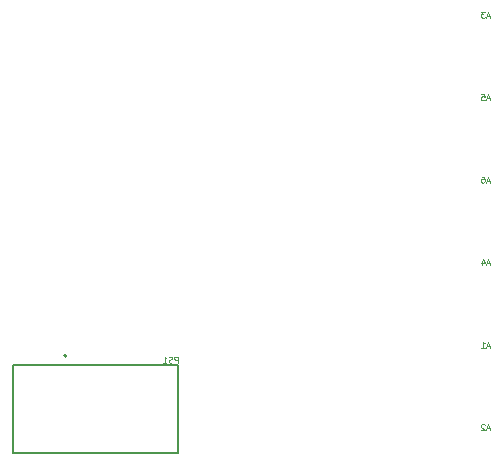
<source format=gbo>
G04 #@! TF.GenerationSoftware,KiCad,Pcbnew,(6.0.9)*
G04 #@! TF.CreationDate,2023-07-15T07:21:25-07:00*
G04 #@! TF.ProjectId,canbuz-1977-vw-bus-ecu,63616e62-757a-42d3-9139-37372d76772d,rev?*
G04 #@! TF.SameCoordinates,Original*
G04 #@! TF.FileFunction,Legend,Bot*
G04 #@! TF.FilePolarity,Positive*
%FSLAX46Y46*%
G04 Gerber Fmt 4.6, Leading zero omitted, Abs format (unit mm)*
G04 Created by KiCad (PCBNEW (6.0.9)) date 2023-07-15 07:21:25*
%MOMM*%
%LPD*%
G01*
G04 APERTURE LIST*
%ADD10C,0.080000*%
%ADD11C,0.127000*%
%ADD12C,0.200000*%
%ADD13R,1.700000X1.700000*%
%ADD14C,1.700000*%
%ADD15C,5.500000*%
%ADD16R,1.410000X1.410000*%
%ADD17C,1.410000*%
G04 APERTURE END LIST*
D10*
X94337142Y-74378333D02*
X94099047Y-74378333D01*
X94384761Y-74521190D02*
X94218095Y-74021190D01*
X94051428Y-74521190D01*
X93622857Y-74521190D02*
X93908571Y-74521190D01*
X93765714Y-74521190D02*
X93765714Y-74021190D01*
X93813333Y-74092619D01*
X93860952Y-74140238D01*
X93908571Y-74164047D01*
X94337142Y-60408333D02*
X94099047Y-60408333D01*
X94384761Y-60551190D02*
X94218095Y-60051190D01*
X94051428Y-60551190D01*
X93670476Y-60051190D02*
X93765714Y-60051190D01*
X93813333Y-60075000D01*
X93837142Y-60098809D01*
X93884761Y-60170238D01*
X93908571Y-60265476D01*
X93908571Y-60455952D01*
X93884761Y-60503571D01*
X93860952Y-60527380D01*
X93813333Y-60551190D01*
X93718095Y-60551190D01*
X93670476Y-60527380D01*
X93646666Y-60503571D01*
X93622857Y-60455952D01*
X93622857Y-60336904D01*
X93646666Y-60289285D01*
X93670476Y-60265476D01*
X93718095Y-60241666D01*
X93813333Y-60241666D01*
X93860952Y-60265476D01*
X93884761Y-60289285D01*
X93908571Y-60336904D01*
X94337142Y-81363333D02*
X94099047Y-81363333D01*
X94384761Y-81506190D02*
X94218095Y-81006190D01*
X94051428Y-81506190D01*
X93908571Y-81053809D02*
X93884761Y-81030000D01*
X93837142Y-81006190D01*
X93718095Y-81006190D01*
X93670476Y-81030000D01*
X93646666Y-81053809D01*
X93622857Y-81101428D01*
X93622857Y-81149047D01*
X93646666Y-81220476D01*
X93932380Y-81506190D01*
X93622857Y-81506190D01*
X94337142Y-67393333D02*
X94099047Y-67393333D01*
X94384761Y-67536190D02*
X94218095Y-67036190D01*
X94051428Y-67536190D01*
X93670476Y-67202857D02*
X93670476Y-67536190D01*
X93789523Y-67012380D02*
X93908571Y-67369523D01*
X93599047Y-67369523D01*
X94337142Y-53423333D02*
X94099047Y-53423333D01*
X94384761Y-53566190D02*
X94218095Y-53066190D01*
X94051428Y-53566190D01*
X93646666Y-53066190D02*
X93884761Y-53066190D01*
X93908571Y-53304285D01*
X93884761Y-53280476D01*
X93837142Y-53256666D01*
X93718095Y-53256666D01*
X93670476Y-53280476D01*
X93646666Y-53304285D01*
X93622857Y-53351904D01*
X93622857Y-53470952D01*
X93646666Y-53518571D01*
X93670476Y-53542380D01*
X93718095Y-53566190D01*
X93837142Y-53566190D01*
X93884761Y-53542380D01*
X93908571Y-53518571D01*
X67917142Y-75791190D02*
X67917142Y-75291190D01*
X67726666Y-75291190D01*
X67679047Y-75315000D01*
X67655238Y-75338809D01*
X67631428Y-75386428D01*
X67631428Y-75457857D01*
X67655238Y-75505476D01*
X67679047Y-75529285D01*
X67726666Y-75553095D01*
X67917142Y-75553095D01*
X67440952Y-75767380D02*
X67369523Y-75791190D01*
X67250476Y-75791190D01*
X67202857Y-75767380D01*
X67179047Y-75743571D01*
X67155238Y-75695952D01*
X67155238Y-75648333D01*
X67179047Y-75600714D01*
X67202857Y-75576904D01*
X67250476Y-75553095D01*
X67345714Y-75529285D01*
X67393333Y-75505476D01*
X67417142Y-75481666D01*
X67440952Y-75434047D01*
X67440952Y-75386428D01*
X67417142Y-75338809D01*
X67393333Y-75315000D01*
X67345714Y-75291190D01*
X67226666Y-75291190D01*
X67155238Y-75315000D01*
X66679047Y-75791190D02*
X66964761Y-75791190D01*
X66821904Y-75791190D02*
X66821904Y-75291190D01*
X66869523Y-75362619D01*
X66917142Y-75410238D01*
X66964761Y-75434047D01*
X94337142Y-46438333D02*
X94099047Y-46438333D01*
X94384761Y-46581190D02*
X94218095Y-46081190D01*
X94051428Y-46581190D01*
X93932380Y-46081190D02*
X93622857Y-46081190D01*
X93789523Y-46271666D01*
X93718095Y-46271666D01*
X93670476Y-46295476D01*
X93646666Y-46319285D01*
X93622857Y-46366904D01*
X93622857Y-46485952D01*
X93646666Y-46533571D01*
X93670476Y-46557380D01*
X93718095Y-46581190D01*
X93860952Y-46581190D01*
X93908571Y-46557380D01*
X93932380Y-46533571D01*
D11*
X67960000Y-75962500D02*
X53960000Y-75962500D01*
X53960000Y-75962500D02*
X53960000Y-83462500D01*
X67960000Y-83462500D02*
X67960000Y-75962500D01*
X53960000Y-83462500D02*
X67960000Y-83462500D01*
D12*
X58520000Y-75212500D02*
G75*
G03*
X58520000Y-75212500I-100000J0D01*
G01*
%LPC*%
D13*
X39420000Y-58420000D03*
D14*
X39420000Y-60960000D03*
X39420000Y-63500000D03*
X39420000Y-66040000D03*
X39420000Y-68580000D03*
X39420000Y-71120000D03*
X39420000Y-73660000D03*
X39420000Y-76200000D03*
X39420000Y-78740000D03*
X39420000Y-81280000D03*
X39420000Y-83820000D03*
X39420000Y-86360000D03*
X39420000Y-88900000D03*
X39420000Y-91440000D03*
X39420000Y-93980000D03*
X39420000Y-96520000D03*
X39420000Y-99060000D03*
X39420000Y-101600000D03*
X39420000Y-104140000D03*
X39420000Y-106680000D03*
X39420000Y-109220000D03*
X39420000Y-111760000D03*
X39420000Y-114300000D03*
X39420000Y-116840000D03*
X39420000Y-119380000D03*
X39420000Y-121920000D03*
X39420000Y-124460000D03*
X39420000Y-127000000D03*
X39420000Y-129540000D03*
X39420000Y-132080000D03*
X39420000Y-134620000D03*
X39420000Y-137160000D03*
X39420000Y-139700000D03*
X39420000Y-142240000D03*
X39420000Y-147320000D03*
X39420000Y-144780000D03*
X39420000Y-149860000D03*
X39420000Y-152400000D03*
X39420000Y-154940000D03*
X39420000Y-157480000D03*
X74980000Y-157480000D03*
X74980000Y-154940000D03*
X74980000Y-152400000D03*
X74980000Y-149860000D03*
X74980000Y-147320000D03*
X74980000Y-144780000D03*
X74980000Y-142240000D03*
X74980000Y-139700000D03*
X74980000Y-137160000D03*
X74980000Y-134620000D03*
X74980000Y-132080000D03*
X74980000Y-129540000D03*
X74980000Y-127000000D03*
X74980000Y-124460000D03*
X74980000Y-121920000D03*
X74980000Y-119380000D03*
X74980000Y-116840000D03*
X74980000Y-114300000D03*
X74980000Y-111760000D03*
X74980000Y-109220000D03*
X74980000Y-106680000D03*
X74980000Y-104140000D03*
X74980000Y-101600000D03*
X74980000Y-99060000D03*
X74980000Y-96520000D03*
X74980000Y-93980000D03*
X74980000Y-91440000D03*
X74980000Y-88900000D03*
X74980000Y-86360000D03*
X74980000Y-83820000D03*
X74980000Y-81280000D03*
X74980000Y-78740000D03*
X74980000Y-76200000D03*
X74980000Y-73660000D03*
X74980000Y-71120000D03*
X74980000Y-68580000D03*
X74980000Y-66040000D03*
X74980000Y-63500000D03*
X74980000Y-60960000D03*
X74980000Y-58420000D03*
D15*
X96520000Y-71755000D03*
D14*
X93980000Y-88900000D03*
X93980000Y-91440000D03*
X93980000Y-93980000D03*
X93980000Y-96520000D03*
X93980000Y-99060000D03*
X93980000Y-101600000D03*
X93980000Y-104140000D03*
X93980000Y-106680000D03*
X93980000Y-109220000D03*
X93980000Y-111760000D03*
X93980000Y-114300000D03*
X93980000Y-116840000D03*
X93980000Y-129540000D03*
X93980000Y-132080000D03*
X93980000Y-134620000D03*
X93980000Y-139700000D03*
X93980000Y-142240000D03*
X93980000Y-144780000D03*
X93980000Y-149860000D03*
X93980000Y-152400000D03*
X93980000Y-154940000D03*
X93980000Y-157480000D03*
X83820000Y-160020000D03*
X81280000Y-160020000D03*
X78740000Y-160020000D03*
X76200000Y-160020000D03*
X73660000Y-160020000D03*
X45720000Y-152400000D03*
X45720000Y-149860000D03*
X45720000Y-134620000D03*
X45720000Y-132080000D03*
X45720000Y-116840000D03*
X45720000Y-114300000D03*
X45720000Y-99060000D03*
X45720000Y-96520000D03*
D15*
X96520000Y-57785000D03*
X96520000Y-78740000D03*
X96520000Y-64770000D03*
D14*
X41910000Y-69850000D03*
X41910000Y-67310000D03*
X41910000Y-64770000D03*
X41910000Y-62230000D03*
X41910000Y-59690000D03*
X41910000Y-57150000D03*
X41910000Y-54610000D03*
X41910000Y-52070000D03*
X41910000Y-49530000D03*
X41910000Y-46990000D03*
X45720000Y-43180000D03*
X48260000Y-43180000D03*
X50800000Y-43180000D03*
X53340000Y-43180000D03*
X55880000Y-43180000D03*
X58420000Y-43180000D03*
X60960000Y-43180000D03*
X63500000Y-43180000D03*
X66040000Y-43180000D03*
X68580000Y-43180000D03*
X72390000Y-46990000D03*
X72390000Y-49530000D03*
X72390000Y-52070000D03*
X72390000Y-54610000D03*
X72390000Y-57150000D03*
X72390000Y-59690000D03*
X72390000Y-62230000D03*
X72390000Y-64770000D03*
X72390000Y-67310000D03*
X72390000Y-69850000D03*
X68580000Y-73660000D03*
X66040000Y-73660000D03*
X63500000Y-73660000D03*
X60960000Y-73660000D03*
X58420000Y-73660000D03*
X55880000Y-73660000D03*
X53340000Y-73660000D03*
X50800000Y-73660000D03*
X48260000Y-73660000D03*
X45720000Y-73660000D03*
D15*
X96520000Y-50800000D03*
D16*
X58420000Y-79572500D03*
D17*
X60960000Y-79572500D03*
X63500000Y-79572500D03*
D15*
X96520000Y-43815000D03*
M02*

</source>
